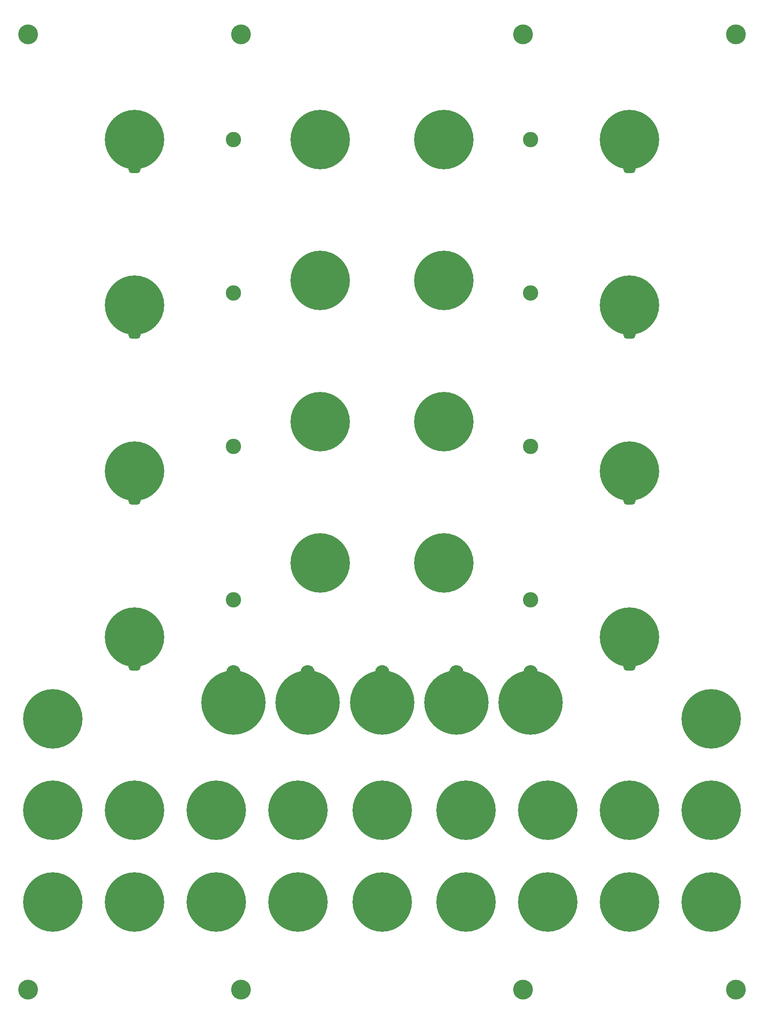
<source format=gts>
%TF.GenerationSoftware,KiCad,Pcbnew,9.0.4*%
%TF.CreationDate,2025-10-03T19:57:29+02:00*%
%TF.ProjectId,DMH_VCEG_PANEL,444d485f-5643-4454-975f-50414e454c2e,rev?*%
%TF.SameCoordinates,Original*%
%TF.FileFunction,Soldermask,Top*%
%TF.FilePolarity,Negative*%
%FSLAX46Y46*%
G04 Gerber Fmt 4.6, Leading zero omitted, Abs format (unit mm)*
G04 Created by KiCad (PCBNEW 9.0.4) date 2025-10-03 19:57:29*
%MOMM*%
%LPD*%
G01*
G04 APERTURE LIST*
%ADD10C,12.000000*%
%ADD11O,2.500000X1.500000*%
%ADD12C,4.000000*%
%ADD13C,0.500000*%
%ADD14C,3.100000*%
%ADD15C,2.900000*%
%ADD16C,13.000000*%
G04 APERTURE END LIST*
D10*
%TO.C,H47*%
X150000000Y-88250000D03*
D11*
X150000000Y-94250000D03*
%TD*%
D10*
%TO.C,H9*%
X87500000Y-54750000D03*
%TD*%
D12*
%TO.C,H54*%
X128500000Y-226500000D03*
%TD*%
D13*
%TO.C,H35*%
X111300000Y-208750000D03*
X112960000Y-204720000D03*
X112970000Y-212790000D03*
X117000000Y-203050000D03*
D10*
X117000000Y-208750000D03*
D13*
X117000000Y-214450000D03*
X121030000Y-212790000D03*
X121040000Y-204720000D03*
X122700000Y-208750000D03*
%TD*%
D12*
%TO.C,H3*%
X28500000Y-226500000D03*
%TD*%
D10*
%TO.C,H12*%
X87500000Y-140250000D03*
%TD*%
%TO.C,H10*%
X87500000Y-83250000D03*
%TD*%
D12*
%TO.C,H52*%
X128500000Y-33500000D03*
%TD*%
%TO.C,H51*%
X71500000Y-33500000D03*
%TD*%
D10*
%TO.C,H8*%
X50000000Y-155250000D03*
D11*
X50000000Y-161250000D03*
%TD*%
D10*
%TO.C,H41*%
X112500000Y-111750000D03*
%TD*%
D13*
%TO.C,H15*%
X27800000Y-190250000D03*
X29460000Y-186220000D03*
X29470000Y-194290000D03*
X33500000Y-184550000D03*
D10*
X33500000Y-190250000D03*
D13*
X33500000Y-195950000D03*
X37530000Y-194290000D03*
X37540000Y-186220000D03*
X39200000Y-190250000D03*
%TD*%
D14*
%TO.C,H33*%
X130000000Y-85750000D03*
%TD*%
D15*
%TO.C,H32*%
X130000000Y-162400000D03*
D16*
X130000000Y-168500000D03*
%TD*%
D10*
%TO.C,H40*%
X112500000Y-83250000D03*
%TD*%
D15*
%TO.C,H14*%
X70000000Y-162400000D03*
D16*
X70000000Y-168500000D03*
%TD*%
D10*
%TO.C,H7*%
X50000000Y-121750000D03*
D11*
X50000000Y-127750000D03*
%TD*%
D13*
%TO.C,H60*%
X60800000Y-208750000D03*
X62460000Y-204720000D03*
X62470000Y-212790000D03*
X66500000Y-203050000D03*
D10*
X66500000Y-208750000D03*
D13*
X66500000Y-214450000D03*
X70530000Y-212790000D03*
X70540000Y-204720000D03*
X72200000Y-208750000D03*
%TD*%
%TO.C,H34*%
X144300000Y-190250000D03*
X145960000Y-186220000D03*
X145970000Y-194290000D03*
X150000000Y-184550000D03*
D10*
X150000000Y-190250000D03*
D13*
X150000000Y-195950000D03*
X154030000Y-194290000D03*
X154040000Y-186220000D03*
X155700000Y-190250000D03*
%TD*%
%TO.C,H37*%
X127800000Y-190250000D03*
X129460000Y-186220000D03*
X129470000Y-194290000D03*
X133500000Y-184550000D03*
D10*
X133500000Y-190250000D03*
D13*
X133500000Y-195950000D03*
X137530000Y-194290000D03*
X137540000Y-186220000D03*
X139200000Y-190250000D03*
%TD*%
D10*
%TO.C,H48*%
X150000000Y-121750000D03*
D11*
X150000000Y-127750000D03*
%TD*%
D13*
%TO.C,H62*%
X144300000Y-208750000D03*
X145960000Y-204720000D03*
X145970000Y-212790000D03*
X150000000Y-203050000D03*
D10*
X150000000Y-208750000D03*
D13*
X150000000Y-214450000D03*
X154030000Y-212790000D03*
X154040000Y-204720000D03*
X155700000Y-208750000D03*
%TD*%
D14*
%TO.C,H26*%
X70000000Y-116750000D03*
%TD*%
%TO.C,H24*%
X70000000Y-54750000D03*
%TD*%
%TO.C,H36*%
X130000000Y-116750000D03*
%TD*%
D13*
%TO.C,H44*%
X111300000Y-190250000D03*
X112960000Y-186220000D03*
X112970000Y-194290000D03*
X117000000Y-184550000D03*
D10*
X117000000Y-190250000D03*
D13*
X117000000Y-195950000D03*
X121030000Y-194290000D03*
X121040000Y-186220000D03*
X122700000Y-190250000D03*
%TD*%
D15*
%TO.C,H31*%
X115000000Y-162400000D03*
D16*
X115000000Y-168500000D03*
%TD*%
D13*
%TO.C,H23*%
X94300000Y-190250000D03*
X95960000Y-186220000D03*
X95970000Y-194290000D03*
X100000000Y-184550000D03*
D10*
X100000000Y-190250000D03*
D13*
X100000000Y-195950000D03*
X104030000Y-194290000D03*
X104040000Y-186220000D03*
X105700000Y-190250000D03*
%TD*%
D10*
%TO.C,H49*%
X150000000Y-155250000D03*
D11*
X150000000Y-161250000D03*
%TD*%
D10*
%TO.C,H11*%
X87500000Y-111750000D03*
%TD*%
D13*
%TO.C,H38*%
X160800000Y-208750000D03*
X162460000Y-204720000D03*
X162470000Y-212790000D03*
X166500000Y-203050000D03*
D10*
X166500000Y-208750000D03*
D13*
X166500000Y-214450000D03*
X170530000Y-212790000D03*
X170540000Y-204720000D03*
X172200000Y-208750000D03*
%TD*%
D10*
%TO.C,H46*%
X150000000Y-54750000D03*
D11*
X150000000Y-60750000D03*
%TD*%
D12*
%TO.C,H53*%
X71500000Y-226500000D03*
%TD*%
D13*
%TO.C,H29*%
X160800000Y-190250000D03*
X162460000Y-186220000D03*
X162470000Y-194290000D03*
X166500000Y-184550000D03*
D10*
X166500000Y-190250000D03*
D13*
X166500000Y-195950000D03*
X170530000Y-194290000D03*
X170540000Y-186220000D03*
X172200000Y-190250000D03*
%TD*%
D14*
%TO.C,H27*%
X70000000Y-147750000D03*
%TD*%
D10*
%TO.C,H6*%
X50000000Y-88250000D03*
D11*
X50000000Y-94250000D03*
%TD*%
D13*
%TO.C,H17*%
X60800000Y-190250000D03*
X62460000Y-186220000D03*
X62470000Y-194290000D03*
X66500000Y-184550000D03*
D10*
X66500000Y-190250000D03*
D13*
X66500000Y-195950000D03*
X70530000Y-194290000D03*
X70540000Y-186220000D03*
X72200000Y-190250000D03*
%TD*%
D14*
%TO.C,H43*%
X130000000Y-147750000D03*
%TD*%
D13*
%TO.C,H18*%
X77300000Y-190250000D03*
X78960000Y-186220000D03*
X78970000Y-194290000D03*
X83000000Y-184550000D03*
D10*
X83000000Y-190250000D03*
D13*
X83000000Y-195950000D03*
X87030000Y-194290000D03*
X87040000Y-186220000D03*
X88700000Y-190250000D03*
%TD*%
%TO.C,H30*%
X160800000Y-171750000D03*
X162460000Y-167720000D03*
X162470000Y-175790000D03*
X166500000Y-166050000D03*
D10*
X166500000Y-171750000D03*
D13*
X166500000Y-177450000D03*
X170530000Y-175790000D03*
X170540000Y-167720000D03*
X172200000Y-171750000D03*
%TD*%
D12*
%TO.C,H2*%
X171500000Y-33500000D03*
%TD*%
%TO.C,H4*%
X171500000Y-226500000D03*
%TD*%
D13*
%TO.C,H16*%
X44300000Y-190250000D03*
X45960000Y-186220000D03*
X45970000Y-194290000D03*
X50000000Y-184550000D03*
D10*
X50000000Y-190250000D03*
D13*
X50000000Y-195950000D03*
X54030000Y-194290000D03*
X54040000Y-186220000D03*
X55700000Y-190250000D03*
%TD*%
%TO.C,H19*%
X27800000Y-171750000D03*
X29460000Y-167720000D03*
X29470000Y-175790000D03*
X33500000Y-166050000D03*
D10*
X33500000Y-171750000D03*
D13*
X33500000Y-177450000D03*
X37530000Y-175790000D03*
X37540000Y-167720000D03*
X39200000Y-171750000D03*
%TD*%
D10*
%TO.C,H42*%
X112500000Y-140250000D03*
%TD*%
D13*
%TO.C,H61*%
X127800000Y-208750000D03*
X129460000Y-204720000D03*
X129470000Y-212790000D03*
X133500000Y-203050000D03*
D10*
X133500000Y-208750000D03*
D13*
X133500000Y-214450000D03*
X137530000Y-212790000D03*
X137540000Y-204720000D03*
X139200000Y-208750000D03*
%TD*%
D12*
%TO.C,H1*%
X28500000Y-33500000D03*
%TD*%
D14*
%TO.C,H28*%
X130000000Y-54750000D03*
%TD*%
D15*
%TO.C,H13*%
X85000000Y-162400000D03*
D16*
X85000000Y-168500000D03*
%TD*%
D13*
%TO.C,H50*%
X94300000Y-208750000D03*
X95960000Y-204720000D03*
X95970000Y-212790000D03*
X100000000Y-203050000D03*
D10*
X100000000Y-208750000D03*
D13*
X100000000Y-214450000D03*
X104030000Y-212790000D03*
X104040000Y-204720000D03*
X105700000Y-208750000D03*
%TD*%
D15*
%TO.C,H45*%
X100000000Y-162400000D03*
D16*
X100000000Y-168500000D03*
%TD*%
D14*
%TO.C,H25*%
X70000000Y-85750000D03*
%TD*%
D13*
%TO.C,H20*%
X77300000Y-208750000D03*
X78960000Y-204720000D03*
X78970000Y-212790000D03*
X83000000Y-203050000D03*
D10*
X83000000Y-208750000D03*
D13*
X83000000Y-214450000D03*
X87030000Y-212790000D03*
X87040000Y-204720000D03*
X88700000Y-208750000D03*
%TD*%
D10*
%TO.C,H39*%
X112500000Y-54750000D03*
%TD*%
D13*
%TO.C,H59*%
X44300000Y-208750000D03*
X45960000Y-204720000D03*
X45970000Y-212790000D03*
X50000000Y-203050000D03*
D10*
X50000000Y-208750000D03*
D13*
X50000000Y-214450000D03*
X54030000Y-212790000D03*
X54040000Y-204720000D03*
X55700000Y-208750000D03*
%TD*%
D10*
%TO.C,H5*%
X50000000Y-54750000D03*
D11*
X50000000Y-60750000D03*
%TD*%
D13*
%TO.C,H21*%
X27800000Y-208750000D03*
X29460000Y-204720000D03*
X29470000Y-212790000D03*
X33500000Y-203050000D03*
D10*
X33500000Y-208750000D03*
D13*
X33500000Y-214450000D03*
X37530000Y-212790000D03*
X37540000Y-204720000D03*
X39200000Y-208750000D03*
%TD*%
M02*

</source>
